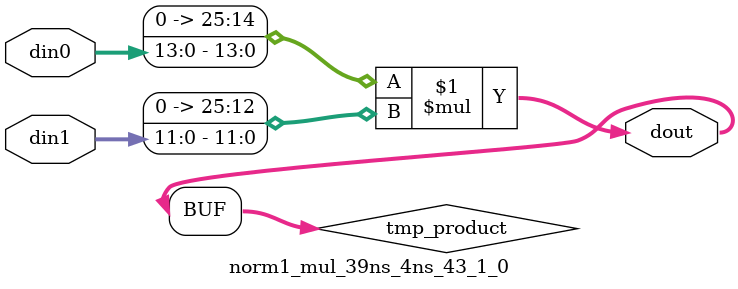
<source format=v>

`timescale 1 ns / 1 ps

 module norm1_mul_39ns_4ns_43_1_0(din0, din1, dout);
parameter ID = 1;
parameter NUM_STAGE = 0;
parameter din0_WIDTH = 14;
parameter din1_WIDTH = 12;
parameter dout_WIDTH = 26;

input [din0_WIDTH - 1 : 0] din0; 
input [din1_WIDTH - 1 : 0] din1; 
output [dout_WIDTH - 1 : 0] dout;

wire signed [dout_WIDTH - 1 : 0] tmp_product;
























assign tmp_product = $signed({1'b0, din0}) * $signed({1'b0, din1});











assign dout = tmp_product;





















endmodule

</source>
